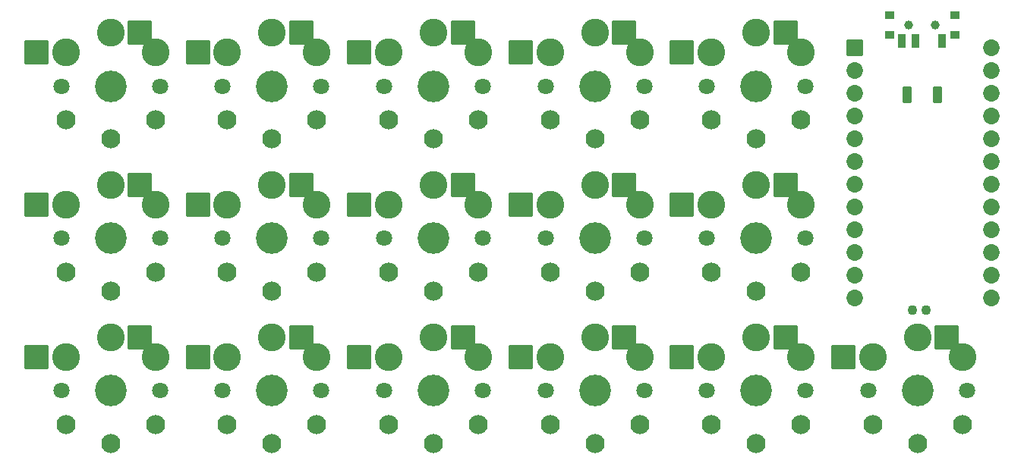
<source format=gbr>
%TF.GenerationSoftware,KiCad,Pcbnew,(6.0.7-1)-1*%
%TF.CreationDate,2022-10-23T13:42:43-07:00*%
%TF.ProjectId,card,63617264-2e6b-4696-9361-645f70636258,v1.0.0*%
%TF.SameCoordinates,Original*%
%TF.FileFunction,Soldermask,Top*%
%TF.FilePolarity,Negative*%
%FSLAX46Y46*%
G04 Gerber Fmt 4.6, Leading zero omitted, Abs format (unit mm)*
G04 Created by KiCad (PCBNEW (6.0.7-1)-1) date 2022-10-23 13:42:43*
%MOMM*%
%LPD*%
G01*
G04 APERTURE LIST*
G04 Aperture macros list*
%AMRoundRect*
0 Rectangle with rounded corners*
0 $1 Rounding radius*
0 $2 $3 $4 $5 $6 $7 $8 $9 X,Y pos of 4 corners*
0 Add a 4 corners polygon primitive as box body*
4,1,4,$2,$3,$4,$5,$6,$7,$8,$9,$2,$3,0*
0 Add four circle primitives for the rounded corners*
1,1,$1+$1,$2,$3*
1,1,$1+$1,$4,$5*
1,1,$1+$1,$6,$7*
1,1,$1+$1,$8,$9*
0 Add four rect primitives between the rounded corners*
20,1,$1+$1,$2,$3,$4,$5,0*
20,1,$1+$1,$4,$5,$6,$7,0*
20,1,$1+$1,$6,$7,$8,$9,0*
20,1,$1+$1,$8,$9,$2,$3,0*%
G04 Aperture macros list end*
%ADD10C,1.100000*%
%ADD11RoundRect,0.050000X-0.500000X-0.400000X0.500000X-0.400000X0.500000X0.400000X-0.500000X0.400000X0*%
%ADD12C,1.000000*%
%ADD13RoundRect,0.050000X-0.350000X-0.750000X0.350000X-0.750000X0.350000X0.750000X-0.350000X0.750000X0*%
%ADD14C,1.801800*%
%ADD15C,3.529000*%
%ADD16C,2.132000*%
%ADD17C,3.100000*%
%ADD18RoundRect,0.050000X-1.300000X-1.300000X1.300000X-1.300000X1.300000X1.300000X-1.300000X1.300000X0*%
%ADD19RoundRect,0.050000X-0.450000X-0.850000X0.450000X-0.850000X0.450000X0.850000X-0.450000X0.850000X0*%
%ADD20RoundRect,0.050000X-0.876300X0.876300X-0.876300X-0.876300X0.876300X-0.876300X0.876300X0.876300X0*%
%ADD21C,1.852600*%
G04 APERTURE END LIST*
D10*
%TO.C,*%
X107450000Y9000000D03*
X108950000Y9000000D03*
%TD*%
D11*
%TO.C,*%
X112150000Y41930000D03*
X112150000Y39720000D03*
D12*
X110000000Y40830000D03*
D11*
X104850000Y39720000D03*
X104850000Y41930000D03*
D12*
X107000000Y40830000D03*
X110000000Y40830000D03*
X107000000Y40830000D03*
D13*
X110750000Y39070000D03*
X107750000Y39070000D03*
X106250000Y39070000D03*
%TD*%
D14*
%TO.C,S24*%
X77500000Y34000000D03*
X66500000Y34000000D03*
D15*
X72000000Y34000000D03*
D16*
X77000000Y30200000D03*
X67000000Y30200000D03*
X72000000Y28100000D03*
X72000000Y28100000D03*
%TD*%
D17*
%TO.C,S31*%
X113000000Y3750000D03*
D15*
X108000000Y0D03*
D17*
X108000000Y5950000D03*
X103000000Y3750000D03*
D14*
X102500000Y0D03*
D17*
X108000000Y5950000D03*
D14*
X113500000Y0D03*
D18*
X111275000Y5950000D03*
X99725000Y3750000D03*
%TD*%
D14*
%TO.C,S18*%
X48500000Y34000000D03*
D15*
X54000000Y34000000D03*
D14*
X59500000Y34000000D03*
D16*
X49000000Y30200000D03*
X59000000Y30200000D03*
X54000000Y28100000D03*
X54000000Y28100000D03*
%TD*%
D14*
%TO.C,S6*%
X23500000Y34000000D03*
D15*
X18000000Y34000000D03*
D14*
X12500000Y34000000D03*
D16*
X13000000Y30200000D03*
X23000000Y30200000D03*
X18000000Y28100000D03*
X18000000Y28100000D03*
%TD*%
D17*
%TO.C,S15*%
X49000000Y20750000D03*
D14*
X59500000Y17000000D03*
D17*
X54000000Y22950000D03*
D15*
X54000000Y17000000D03*
D17*
X59000000Y20750000D03*
X54000000Y22950000D03*
D14*
X48500000Y17000000D03*
D18*
X57275000Y22950000D03*
X45725000Y20750000D03*
%TD*%
D14*
%TO.C,S28*%
X84500000Y17000000D03*
D15*
X90000000Y17000000D03*
D14*
X95500000Y17000000D03*
D16*
X95000000Y13200000D03*
X85000000Y13200000D03*
X90000000Y11100000D03*
X90000000Y11100000D03*
%TD*%
D14*
%TO.C,S8*%
X30500000Y0D03*
X41500000Y0D03*
D15*
X36000000Y0D03*
D16*
X31000000Y-3800000D03*
X41000000Y-3800000D03*
X36000000Y-5900000D03*
X36000000Y-5900000D03*
%TD*%
D15*
%TO.C,S19*%
X72000000Y0D03*
D14*
X66500000Y0D03*
D17*
X72000000Y5950000D03*
X77000000Y3750000D03*
X72000000Y5950000D03*
D14*
X77500000Y0D03*
D17*
X67000000Y3750000D03*
D18*
X75275000Y5950000D03*
X63725000Y3750000D03*
%TD*%
D14*
%TO.C,S11*%
X41500000Y34000000D03*
X30500000Y34000000D03*
D17*
X31000000Y37750000D03*
X36000000Y39950000D03*
X36000000Y39950000D03*
X41000000Y37750000D03*
D15*
X36000000Y34000000D03*
D18*
X39275000Y39950000D03*
X27725000Y37750000D03*
%TD*%
D14*
%TO.C,S7*%
X30500000Y0D03*
D15*
X36000000Y0D03*
D17*
X36000000Y5950000D03*
X41000000Y3750000D03*
X36000000Y5950000D03*
D14*
X41500000Y0D03*
D17*
X31000000Y3750000D03*
D18*
X39275000Y5950000D03*
X27725000Y3750000D03*
%TD*%
D15*
%TO.C,S22*%
X72000000Y17000000D03*
D14*
X66500000Y17000000D03*
X77500000Y17000000D03*
D16*
X67000000Y13200000D03*
X77000000Y13200000D03*
X72000000Y11100000D03*
X72000000Y11100000D03*
%TD*%
D17*
%TO.C,S27*%
X85000000Y20750000D03*
D15*
X90000000Y17000000D03*
D14*
X84500000Y17000000D03*
D17*
X90000000Y22950000D03*
D14*
X95500000Y17000000D03*
D17*
X90000000Y22950000D03*
X95000000Y20750000D03*
D18*
X93275000Y22950000D03*
X81725000Y20750000D03*
%TD*%
D17*
%TO.C,S9*%
X36000000Y22950000D03*
X41000000Y20750000D03*
D14*
X30500000Y17000000D03*
X41500000Y17000000D03*
D17*
X36000000Y22950000D03*
D15*
X36000000Y17000000D03*
D17*
X31000000Y20750000D03*
D18*
X39275000Y22950000D03*
X27725000Y20750000D03*
%TD*%
D14*
%TO.C,S12*%
X41500000Y34000000D03*
D15*
X36000000Y34000000D03*
D14*
X30500000Y34000000D03*
D16*
X41000000Y30200000D03*
X31000000Y30200000D03*
X36000000Y28100000D03*
X36000000Y28100000D03*
%TD*%
D19*
%TO.C,*%
X110200000Y33000000D03*
X106800000Y33000000D03*
%TD*%
D17*
%TO.C,S17*%
X54000000Y39950000D03*
D15*
X54000000Y34000000D03*
D17*
X54000000Y39950000D03*
D14*
X59500000Y34000000D03*
D17*
X49000000Y37750000D03*
D14*
X48500000Y34000000D03*
D17*
X59000000Y37750000D03*
D18*
X57275000Y39950000D03*
X45725000Y37750000D03*
%TD*%
D15*
%TO.C,S21*%
X72000000Y17000000D03*
D17*
X77000000Y20750000D03*
D14*
X77500000Y17000000D03*
D17*
X67000000Y20750000D03*
D14*
X66500000Y17000000D03*
D17*
X72000000Y22950000D03*
X72000000Y22950000D03*
D18*
X75275000Y22950000D03*
X63725000Y20750000D03*
%TD*%
D14*
%TO.C,S25*%
X84500000Y0D03*
D17*
X85000000Y3750000D03*
D14*
X95500000Y0D03*
D17*
X95000000Y3750000D03*
D15*
X90000000Y0D03*
D17*
X90000000Y5950000D03*
X90000000Y5950000D03*
D18*
X93275000Y5950000D03*
X81725000Y3750000D03*
%TD*%
D14*
%TO.C,S26*%
X95500000Y0D03*
X84500000Y0D03*
D15*
X90000000Y0D03*
D16*
X85000000Y-3800000D03*
X95000000Y-3800000D03*
X90000000Y-5900000D03*
X90000000Y-5900000D03*
%TD*%
D17*
%TO.C,S3*%
X23000000Y20750000D03*
X18000000Y22950000D03*
X13000000Y20750000D03*
D14*
X23500000Y17000000D03*
D15*
X18000000Y17000000D03*
D17*
X18000000Y22950000D03*
D14*
X12500000Y17000000D03*
D18*
X21275000Y22950000D03*
X9725000Y20750000D03*
%TD*%
D17*
%TO.C,S5*%
X18000000Y39950000D03*
D14*
X23500000Y34000000D03*
X12500000Y34000000D03*
D17*
X13000000Y37750000D03*
X18000000Y39950000D03*
D15*
X18000000Y34000000D03*
D17*
X23000000Y37750000D03*
D18*
X21275000Y39950000D03*
X9725000Y37750000D03*
%TD*%
D14*
%TO.C,S2*%
X12500000Y0D03*
D15*
X18000000Y0D03*
D14*
X23500000Y0D03*
D16*
X23000000Y-3800000D03*
X13000000Y-3800000D03*
X18000000Y-5900000D03*
X18000000Y-5900000D03*
%TD*%
D15*
%TO.C,S16*%
X54000000Y17000000D03*
D14*
X48500000Y17000000D03*
X59500000Y17000000D03*
D16*
X49000000Y13200000D03*
X59000000Y13200000D03*
X54000000Y11100000D03*
X54000000Y11100000D03*
%TD*%
D14*
%TO.C,S30*%
X95500000Y34000000D03*
X84500000Y34000000D03*
D15*
X90000000Y34000000D03*
D16*
X85000000Y30200000D03*
X95000000Y30200000D03*
X90000000Y28100000D03*
X90000000Y28100000D03*
%TD*%
D15*
%TO.C,S14*%
X54000000Y0D03*
D14*
X48500000Y0D03*
X59500000Y0D03*
D16*
X59000000Y-3800000D03*
X49000000Y-3800000D03*
X54000000Y-5900000D03*
X54000000Y-5900000D03*
%TD*%
D14*
%TO.C,S4*%
X12500000Y17000000D03*
X23500000Y17000000D03*
D15*
X18000000Y17000000D03*
D16*
X23000000Y13200000D03*
X13000000Y13200000D03*
X18000000Y11100000D03*
X18000000Y11100000D03*
%TD*%
D14*
%TO.C,S32*%
X102500000Y0D03*
D15*
X108000000Y0D03*
D14*
X113500000Y0D03*
D16*
X103000000Y-3800000D03*
X113000000Y-3800000D03*
X108000000Y-5900000D03*
X108000000Y-5900000D03*
%TD*%
D14*
%TO.C,S29*%
X84500000Y34000000D03*
D17*
X95000000Y37750000D03*
X90000000Y39950000D03*
X85000000Y37750000D03*
X90000000Y39950000D03*
D15*
X90000000Y34000000D03*
D14*
X95500000Y34000000D03*
D18*
X93275000Y39950000D03*
X81725000Y37750000D03*
%TD*%
D14*
%TO.C,S13*%
X48500000Y0D03*
D15*
X54000000Y0D03*
D17*
X54000000Y5950000D03*
D14*
X59500000Y0D03*
D17*
X59000000Y3750000D03*
X49000000Y3750000D03*
X54000000Y5950000D03*
D18*
X57275000Y5950000D03*
X45725000Y3750000D03*
%TD*%
D17*
%TO.C,S23*%
X72000000Y39950000D03*
X77000000Y37750000D03*
X72000000Y39950000D03*
X67000000Y37750000D03*
D14*
X66500000Y34000000D03*
D15*
X72000000Y34000000D03*
D14*
X77500000Y34000000D03*
D18*
X75275000Y39950000D03*
X63725000Y37750000D03*
%TD*%
D14*
%TO.C,S20*%
X77500000Y0D03*
X66500000Y0D03*
D15*
X72000000Y0D03*
D16*
X77000000Y-3800000D03*
X67000000Y-3800000D03*
X72000000Y-5900000D03*
X72000000Y-5900000D03*
%TD*%
D20*
%TO.C,MCU1*%
X100980000Y38270000D03*
D21*
X100980000Y35730000D03*
X100980000Y33190000D03*
X100980000Y30650000D03*
X100980000Y28110000D03*
X100980000Y25570000D03*
X100980000Y23030000D03*
X100980000Y20490000D03*
X100980000Y17950000D03*
X100980000Y15410000D03*
X100980000Y12870000D03*
X100980000Y10330000D03*
X116220000Y38270000D03*
X116220000Y35730000D03*
X116220000Y33190000D03*
X116220000Y30650000D03*
X116220000Y28110000D03*
X116220000Y25570000D03*
X116220000Y23030000D03*
X116220000Y20490000D03*
X116220000Y17950000D03*
X116220000Y15410000D03*
X116220000Y12870000D03*
X116220000Y10330000D03*
%TD*%
D14*
%TO.C,S10*%
X41500000Y17000000D03*
X30500000Y17000000D03*
D15*
X36000000Y17000000D03*
D16*
X41000000Y13200000D03*
X31000000Y13200000D03*
X36000000Y11100000D03*
X36000000Y11100000D03*
%TD*%
D17*
%TO.C,S1*%
X18000000Y5950000D03*
D14*
X12500000Y0D03*
D17*
X23000000Y3750000D03*
X18000000Y5950000D03*
X13000000Y3750000D03*
D15*
X18000000Y0D03*
D14*
X23500000Y0D03*
D18*
X21275000Y5950000D03*
X9725000Y3750000D03*
%TD*%
M02*

</source>
